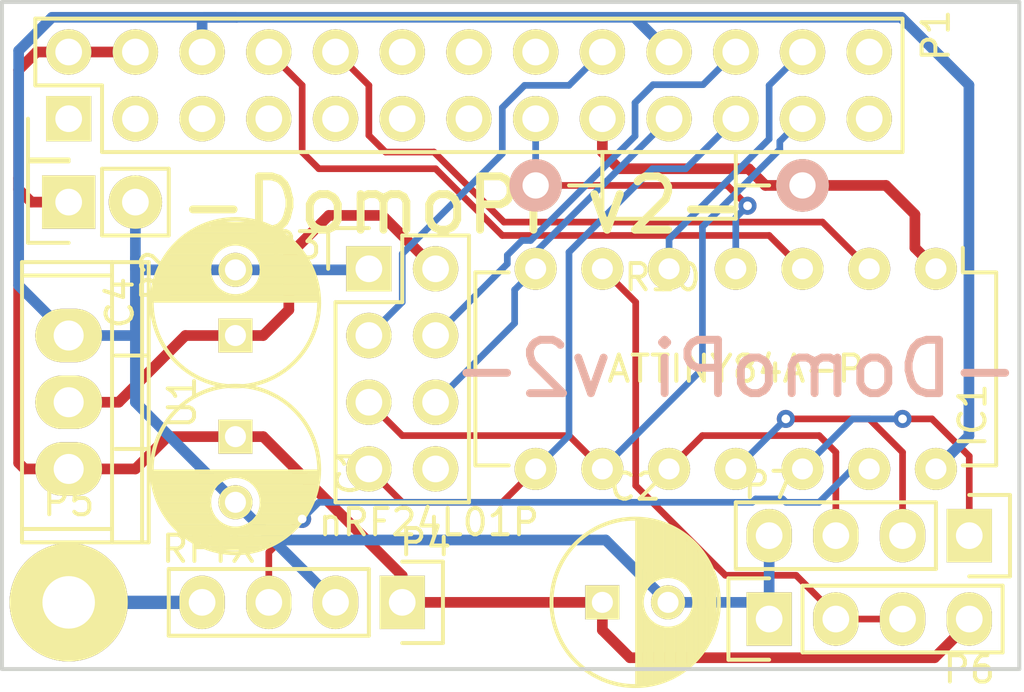
<source format=kicad_pcb>
(kicad_pcb (version 4) (host pcbnew 4.0.2+dfsg1-2~bpo8+1-stable)

  (general
    (links 42)
    (no_connects 0)
    (area 66.841 25.230285 108.667572 53.689)
    (thickness 1.6)
    (drawings 6)
    (tracks 178)
    (zones 0)
    (modules 13)
    (nets 20)
  )

  (page A4)
  (layers
    (0 Top signal)
    (31 Bottom signal)
    (36 B.SilkS user)
    (37 F.SilkS user)
    (38 B.Mask user)
    (39 F.Mask user)
    (42 Eco1.User user hide)
    (43 Eco2.User user hide)
    (44 Edge.Cuts user)
    (48 B.Fab user hide)
    (49 F.Fab user hide)
  )

  (setup
    (last_trace_width 0.254)
    (trace_clearance 0.1524)
    (zone_clearance 0.508)
    (zone_45_only no)
    (trace_min 0.1524)
    (segment_width 0.2)
    (edge_width 0.15)
    (via_size 0.6858)
    (via_drill 0.3302)
    (via_min_size 0.6858)
    (via_min_drill 0.3302)
    (uvia_size 0.762)
    (uvia_drill 0.508)
    (uvias_allowed no)
    (uvia_min_size 0)
    (uvia_min_drill 0)
    (pcb_text_width 0.3)
    (pcb_text_size 1.5 1.5)
    (mod_edge_width 0.15)
    (mod_text_size 1 1)
    (mod_text_width 0.15)
    (pad_size 3 3)
    (pad_drill 2)
    (pad_to_mask_clearance 0.2)
    (aux_axis_origin 0 0)
    (visible_elements FFFFFF7F)
    (pcbplotparams
      (layerselection 0x010f0_80000001)
      (usegerberextensions true)
      (excludeedgelayer true)
      (linewidth 0.100000)
      (plotframeref false)
      (viasonmask false)
      (mode 1)
      (useauxorigin false)
      (hpglpennumber 1)
      (hpglpenspeed 20)
      (hpglpendiameter 15)
      (hpglpenoverlay 2)
      (psnegative false)
      (psa4output false)
      (plotreference true)
      (plotvalue true)
      (plotinvisibletext false)
      (padsonsilk false)
      (subtractmaskfromsilk false)
      (outputformat 1)
      (mirror false)
      (drillshape 0)
      (scaleselection 1)
      (outputdirectory ""))
  )

  (net 0 "")
  (net 1 GND)
  (net 2 +3V3)
  (net 3 +5V)
  (net 4 CE)
  (net 5 SS0)
  (net 6 SCK)
  (net 7 MOSI)
  (net 8 MISO)
  (net 9 /RF433-OUT)
  (net 10 Tiny-RESET)
  (net 11 TX)
  (net 12 SS1)
  (net 13 RX)
  (net 14 /ADC3)
  (net 15 /ADC2)
  (net 16 /ADC1)
  (net 17 /ANT)
  (net 18 /NRF-VCC)
  (net 19 /RF433-IN)

  (net_class Default "This is the default net class."
    (clearance 0.1524)
    (trace_width 0.254)
    (via_dia 0.6858)
    (via_drill 0.3302)
    (uvia_dia 0.762)
    (uvia_drill 0.508)
    (add_net /ADC1)
    (add_net /ADC2)
    (add_net /ADC3)
    (add_net /RF433-IN)
    (add_net /RF433-OUT)
    (add_net CE)
    (add_net MISO)
    (add_net MOSI)
    (add_net RX)
    (add_net SCK)
    (add_net SS0)
    (add_net SS1)
    (add_net TX)
    (add_net Tiny-RESET)
  )

  (net_class ANT ""
    (clearance 0.254)
    (trace_width 0.508)
    (via_dia 0.6858)
    (via_drill 0.3302)
    (uvia_dia 0.762)
    (uvia_drill 0.508)
    (add_net /ANT)
  )

  (net_class Power ""
    (clearance 0.254)
    (trace_width 0.4064)
    (via_dia 0.6858)
    (via_drill 0.3302)
    (uvia_dia 0.762)
    (uvia_drill 0.508)
    (add_net +3V3)
    (add_net +5V)
    (add_net /NRF-VCC)
    (add_net GND)
  )

  (module Socket_Strips:Socket_Strip_Straight_1x04 (layer Top) (tedit 0) (tstamp 56FA5072)
    (at 97.79 48.895)
    (descr "Through hole socket strip")
    (tags "socket strip")
    (path /56FA5F1D)
    (fp_text reference P7 (at 0 -5.1) (layer F.SilkS)
      (effects (font (size 1 1) (thickness 0.15)))
    )
    (fp_text value RFRX (at 0 -3.1) (layer F.Fab)
      (effects (font (size 1 1) (thickness 0.15)))
    )
    (fp_line (start -1.75 -1.75) (end -1.75 1.75) (layer F.CrtYd) (width 0.05))
    (fp_line (start 9.4 -1.75) (end 9.4 1.75) (layer F.CrtYd) (width 0.05))
    (fp_line (start -1.75 -1.75) (end 9.4 -1.75) (layer F.CrtYd) (width 0.05))
    (fp_line (start -1.75 1.75) (end 9.4 1.75) (layer F.CrtYd) (width 0.05))
    (fp_line (start 1.27 -1.27) (end 8.89 -1.27) (layer F.SilkS) (width 0.15))
    (fp_line (start 1.27 1.27) (end 8.89 1.27) (layer F.SilkS) (width 0.15))
    (fp_line (start -1.55 1.55) (end 0 1.55) (layer F.SilkS) (width 0.15))
    (fp_line (start 8.89 -1.27) (end 8.89 1.27) (layer F.SilkS) (width 0.15))
    (fp_line (start 1.27 1.27) (end 1.27 -1.27) (layer F.SilkS) (width 0.15))
    (fp_line (start 0 -1.55) (end -1.55 -1.55) (layer F.SilkS) (width 0.15))
    (fp_line (start -1.55 -1.55) (end -1.55 1.55) (layer F.SilkS) (width 0.15))
    (pad 1 thru_hole rect (at 0 0) (size 1.7272 2.032) (drill 1.016) (layers *.Cu *.Mask F.SilkS)
      (net 1 GND))
    (pad 2 thru_hole oval (at 2.54 0) (size 1.7272 2.032) (drill 1.016) (layers *.Cu *.Mask F.SilkS)
      (net 19 /RF433-IN))
    (pad 3 thru_hole oval (at 5.08 0) (size 1.7272 2.032) (drill 1.016) (layers *.Cu *.Mask F.SilkS)
      (net 19 /RF433-IN))
    (pad 4 thru_hole oval (at 7.62 0) (size 1.7272 2.032) (drill 1.016) (layers *.Cu *.Mask F.SilkS)
      (net 3 +5V))
    (model Socket_Strips.3dshapes/Socket_Strip_Straight_1x04.wrl
      (at (xyz 0.15 0 0))
      (scale (xyz 1 1 1))
      (rotate (xyz 0 0 180))
    )
  )

  (module Housings_DIP:DIP-14_W7.62mm (layer Top) (tedit 560CF929) (tstamp 560BE100)
    (at 104.14 35.56 270)
    (descr "14-lead dip package, row spacing 7.62 mm (300 mils)")
    (tags "dil dip 2.54 300")
    (path /560BE23A)
    (fp_text reference IC1 (at 5.588 -1.397 270) (layer F.SilkS)
      (effects (font (size 1 1) (thickness 0.15)))
    )
    (fp_text value ATTINY84A-P (at 3.81 7.62 360) (layer F.SilkS)
      (effects (font (size 1 1) (thickness 0.15)))
    )
    (fp_line (start -1.05 -2.45) (end -1.05 17.7) (layer F.CrtYd) (width 0.05))
    (fp_line (start 8.65 -2.45) (end 8.65 17.7) (layer F.CrtYd) (width 0.05))
    (fp_line (start -1.05 -2.45) (end 8.65 -2.45) (layer F.CrtYd) (width 0.05))
    (fp_line (start -1.05 17.7) (end 8.65 17.7) (layer F.CrtYd) (width 0.05))
    (fp_line (start 0.135 -2.295) (end 0.135 -1.025) (layer F.SilkS) (width 0.15))
    (fp_line (start 7.485 -2.295) (end 7.485 -1.025) (layer F.SilkS) (width 0.15))
    (fp_line (start 7.485 17.535) (end 7.485 16.265) (layer F.SilkS) (width 0.15))
    (fp_line (start 0.135 17.535) (end 0.135 16.265) (layer F.SilkS) (width 0.15))
    (fp_line (start 0.135 -2.295) (end 7.485 -2.295) (layer F.SilkS) (width 0.15))
    (fp_line (start 0.135 17.535) (end 7.485 17.535) (layer F.SilkS) (width 0.15))
    (fp_line (start 0.135 -1.025) (end -0.8 -1.025) (layer F.SilkS) (width 0.15))
    (pad 1 thru_hole oval (at 0 0 270) (size 1.6 1.6) (drill 0.8) (layers *.Cu *.Mask F.SilkS)
      (net 2 +3V3))
    (pad 2 thru_hole oval (at 0 2.54 270) (size 1.6 1.6) (drill 0.8) (layers *.Cu *.Mask F.SilkS)
      (net 13 RX))
    (pad 3 thru_hole oval (at 0 5.08 270) (size 1.6 1.6) (drill 0.8) (layers *.Cu *.Mask F.SilkS)
      (net 11 TX))
    (pad 4 thru_hole oval (at 0 7.62 270) (size 1.6 1.6) (drill 0.8) (layers *.Cu *.Mask F.SilkS)
      (net 10 Tiny-RESET))
    (pad 5 thru_hole oval (at 0 10.16 270) (size 1.6 1.6) (drill 0.8) (layers *.Cu *.Mask F.SilkS)
      (net 12 SS1))
    (pad 6 thru_hole oval (at 0 12.7 270) (size 1.6 1.6) (drill 0.8) (layers *.Cu *.Mask F.SilkS)
      (net 19 /RF433-IN))
    (pad 7 thru_hole oval (at 0 15.24 270) (size 1.6 1.6) (drill 0.8) (layers *.Cu *.Mask F.SilkS)
      (net 7 MOSI))
    (pad 8 thru_hole oval (at 7.62 15.24 270) (size 1.6 1.6) (drill 0.8) (layers *.Cu *.Mask F.SilkS)
      (net 8 MISO))
    (pad 9 thru_hole oval (at 7.62 12.7 270) (size 1.6 1.6) (drill 0.8) (layers *.Cu *.Mask F.SilkS)
      (net 6 SCK))
    (pad 10 thru_hole oval (at 7.62 10.16 270) (size 1.6 1.6) (drill 0.8) (layers *.Cu *.Mask F.SilkS)
      (net 14 /ADC3))
    (pad 11 thru_hole oval (at 7.62 7.62 270) (size 1.6 1.6) (drill 0.8) (layers *.Cu *.Mask F.SilkS)
      (net 15 /ADC2))
    (pad 12 thru_hole oval (at 7.62 5.08 270) (size 1.6 1.6) (drill 0.8) (layers *.Cu *.Mask F.SilkS)
      (net 16 /ADC1))
    (pad 13 thru_hole oval (at 7.62 2.54 270) (size 1.6 1.6) (drill 0.8) (layers *.Cu *.Mask F.SilkS)
      (net 9 /RF433-OUT))
    (pad 14 thru_hole oval (at 7.62 0 270) (size 1.6 1.6) (drill 0.8) (layers *.Cu *.Mask F.SilkS)
      (net 1 GND))
    (model Housings_DIP.3dshapes/DIP-14_W7.62mm.wrl
      (at (xyz 0 0 0))
      (scale (xyz 1 1 1))
      (rotate (xyz 0 0 0))
    )
  )

  (module Socket_Strips:Socket_Strip_Straight_1x04 (layer Top) (tedit 560CF96E) (tstamp 560BFC1B)
    (at 83.82 48.26 180)
    (descr "Through hole socket strip")
    (tags "socket strip")
    (path /560D0649)
    (fp_text reference P4 (at -0.889 2.286 180) (layer F.SilkS)
      (effects (font (size 1 1) (thickness 0.15)))
    )
    (fp_text value RFTX (at 7.366 2.032 180) (layer F.SilkS)
      (effects (font (size 1 1) (thickness 0.15)))
    )
    (fp_line (start -1.75 -1.75) (end -1.75 1.75) (layer F.CrtYd) (width 0.05))
    (fp_line (start 9.4 -1.75) (end 9.4 1.75) (layer F.CrtYd) (width 0.05))
    (fp_line (start -1.75 -1.75) (end 9.4 -1.75) (layer F.CrtYd) (width 0.05))
    (fp_line (start -1.75 1.75) (end 9.4 1.75) (layer F.CrtYd) (width 0.05))
    (fp_line (start 1.27 -1.27) (end 8.89 -1.27) (layer F.SilkS) (width 0.15))
    (fp_line (start 1.27 1.27) (end 8.89 1.27) (layer F.SilkS) (width 0.15))
    (fp_line (start -1.55 1.55) (end 0 1.55) (layer F.SilkS) (width 0.15))
    (fp_line (start 8.89 -1.27) (end 8.89 1.27) (layer F.SilkS) (width 0.15))
    (fp_line (start 1.27 1.27) (end 1.27 -1.27) (layer F.SilkS) (width 0.15))
    (fp_line (start 0 -1.55) (end -1.55 -1.55) (layer F.SilkS) (width 0.15))
    (fp_line (start -1.55 -1.55) (end -1.55 1.55) (layer F.SilkS) (width 0.15))
    (pad 1 thru_hole rect (at 0 0 180) (size 1.7272 2.032) (drill 1.016) (layers *.Cu *.Mask F.SilkS)
      (net 3 +5V))
    (pad 2 thru_hole oval (at 2.54 0 180) (size 1.7272 2.032) (drill 1.016) (layers *.Cu *.Mask F.SilkS)
      (net 1 GND))
    (pad 3 thru_hole oval (at 5.08 0 180) (size 1.7272 2.032) (drill 1.016) (layers *.Cu *.Mask F.SilkS)
      (net 9 /RF433-OUT))
    (pad 4 thru_hole oval (at 7.62 0 180) (size 1.7272 2.032) (drill 1.016) (layers *.Cu *.Mask F.SilkS)
      (net 17 /ANT))
    (model Socket_Strips.3dshapes/Socket_Strip_Straight_1x04.wrl
      (at (xyz 0.15 0 0))
      (scale (xyz 1 1 1))
      (rotate (xyz 0 0 180))
    )
  )

  (module Pin_Headers:Pin_Header_Straight_1x02 (layer Top) (tedit 560CF25E) (tstamp 560BDFE5)
    (at 71.12 33.02 90)
    (descr "Through hole pin header")
    (tags "pin header")
    (path /560C2BF5)
    (fp_text reference P2 (at -2.794 3.302 90) (layer F.SilkS)
      (effects (font (size 1 1) (thickness 0.15)))
    )
    (fp_text value CONN_01X02 (at 0 -3.1 90) (layer F.Fab) hide
      (effects (font (size 1 1) (thickness 0.15)))
    )
    (fp_line (start 1.27 1.27) (end 1.27 3.81) (layer F.SilkS) (width 0.15))
    (fp_line (start 1.55 -1.55) (end 1.55 0) (layer F.SilkS) (width 0.15))
    (fp_line (start -1.75 -1.75) (end -1.75 4.3) (layer F.CrtYd) (width 0.05))
    (fp_line (start 1.75 -1.75) (end 1.75 4.3) (layer F.CrtYd) (width 0.05))
    (fp_line (start -1.75 -1.75) (end 1.75 -1.75) (layer F.CrtYd) (width 0.05))
    (fp_line (start -1.75 4.3) (end 1.75 4.3) (layer F.CrtYd) (width 0.05))
    (fp_line (start 1.27 1.27) (end -1.27 1.27) (layer F.SilkS) (width 0.15))
    (fp_line (start -1.55 0) (end -1.55 -1.55) (layer F.SilkS) (width 0.15))
    (fp_line (start -1.55 -1.55) (end 1.55 -1.55) (layer F.SilkS) (width 0.15))
    (fp_line (start -1.27 1.27) (end -1.27 3.81) (layer F.SilkS) (width 0.15))
    (fp_line (start -1.27 3.81) (end 1.27 3.81) (layer F.SilkS) (width 0.15))
    (pad 1 thru_hole rect (at 0 0 90) (size 2.032 2.032) (drill 1.016) (layers *.Cu *.Mask F.SilkS)
      (net 3 +5V))
    (pad 2 thru_hole oval (at 0 2.54 90) (size 2.032 2.032) (drill 1.016) (layers *.Cu *.Mask F.SilkS)
      (net 1 GND))
    (model Pin_Headers.3dshapes/Pin_Header_Straight_1x02.wrl
      (at (xyz 0 -0.05 0))
      (scale (xyz 1 1 1))
      (rotate (xyz 0 0 90))
    )
  )

  (module Pin_Headers:Pin_Header_Straight_2x04 (layer Top) (tedit 560CF95F) (tstamp 560BFE6B)
    (at 82.55 35.56)
    (descr "Through hole pin header")
    (tags "pin header")
    (path /560BE537)
    (fp_text reference P3 (at -2.794 -0.889) (layer F.SilkS)
      (effects (font (size 1 1) (thickness 0.15)))
    )
    (fp_text value nRF24L01P (at 2.286 9.652) (layer F.SilkS)
      (effects (font (size 1 1) (thickness 0.15)))
    )
    (fp_line (start -1.75 -1.75) (end -1.75 9.4) (layer F.CrtYd) (width 0.05))
    (fp_line (start 4.3 -1.75) (end 4.3 9.4) (layer F.CrtYd) (width 0.05))
    (fp_line (start -1.75 -1.75) (end 4.3 -1.75) (layer F.CrtYd) (width 0.05))
    (fp_line (start -1.75 9.4) (end 4.3 9.4) (layer F.CrtYd) (width 0.05))
    (fp_line (start -1.27 1.27) (end -1.27 8.89) (layer F.SilkS) (width 0.15))
    (fp_line (start -1.27 8.89) (end 3.81 8.89) (layer F.SilkS) (width 0.15))
    (fp_line (start 3.81 8.89) (end 3.81 -1.27) (layer F.SilkS) (width 0.15))
    (fp_line (start 3.81 -1.27) (end 1.27 -1.27) (layer F.SilkS) (width 0.15))
    (fp_line (start 0 -1.55) (end -1.55 -1.55) (layer F.SilkS) (width 0.15))
    (fp_line (start 1.27 -1.27) (end 1.27 1.27) (layer F.SilkS) (width 0.15))
    (fp_line (start 1.27 1.27) (end -1.27 1.27) (layer F.SilkS) (width 0.15))
    (fp_line (start -1.55 -1.55) (end -1.55 0) (layer F.SilkS) (width 0.15))
    (pad 1 thru_hole rect (at 0 0) (size 1.7272 1.7272) (drill 1.016) (layers *.Cu *.Mask F.SilkS)
      (net 1 GND))
    (pad 2 thru_hole oval (at 2.54 0) (size 1.7272 1.7272) (drill 1.016) (layers *.Cu *.Mask F.SilkS)
      (net 18 /NRF-VCC))
    (pad 3 thru_hole oval (at 0 2.54) (size 1.7272 1.7272) (drill 1.016) (layers *.Cu *.Mask F.SilkS)
      (net 4 CE))
    (pad 4 thru_hole oval (at 2.54 2.54) (size 1.7272 1.7272) (drill 1.016) (layers *.Cu *.Mask F.SilkS)
      (net 5 SS0))
    (pad 5 thru_hole oval (at 0 5.08) (size 1.7272 1.7272) (drill 1.016) (layers *.Cu *.Mask F.SilkS)
      (net 6 SCK))
    (pad 6 thru_hole oval (at 2.54 5.08) (size 1.7272 1.7272) (drill 1.016) (layers *.Cu *.Mask F.SilkS)
      (net 7 MOSI))
    (pad 7 thru_hole oval (at 0 7.62) (size 1.7272 1.7272) (drill 1.016) (layers *.Cu *.Mask F.SilkS)
      (net 8 MISO))
    (pad 8 thru_hole oval (at 2.54 7.62) (size 1.7272 1.7272) (drill 1.016) (layers *.Cu *.Mask F.SilkS))
    (model Pin_Headers.3dshapes/Pin_Header_Straight_2x04.wrl
      (at (xyz 0.05 -0.15 0))
      (scale (xyz 1 1 1))
      (rotate (xyz 0 0 90))
    )
  )

  (module Wire_Pads:SolderWirePad_single_2mmDrill (layer Top) (tedit 0) (tstamp 56B89E15)
    (at 71.12 48.26)
    (path /560D11E1)
    (fp_text reference P5 (at 0 -3.81) (layer F.SilkS)
      (effects (font (size 1 1) (thickness 0.15)))
    )
    (fp_text value ANT (at -0.635 3.81) (layer F.Fab)
      (effects (font (size 1 1) (thickness 0.15)))
    )
    (pad 1 thru_hole circle (at 0 0) (size 4.50088 4.50088) (drill 1.99898) (layers *.Cu *.Mask F.SilkS)
      (net 17 /ANT))
  )

  (module Capacitors_ThroughHole:C_Radial_D6.3_L11.2_P2.5 (layer Top) (tedit 0) (tstamp 56F5415F)
    (at 77.47 41.95 270)
    (descr "Radial Electrolytic Capacitor, Diameter 6.3mm x Length 11.2mm, Pitch 2.5mm")
    (tags "Electrolytic Capacitor")
    (path /56F554DF)
    (fp_text reference C1 (at 1.25 -4.4 270) (layer F.SilkS)
      (effects (font (size 1 1) (thickness 0.15)))
    )
    (fp_text value 0.47u (at 1.25 4.4 270) (layer F.Fab)
      (effects (font (size 1 1) (thickness 0.15)))
    )
    (fp_line (start 1.325 -3.149) (end 1.325 3.149) (layer F.SilkS) (width 0.15))
    (fp_line (start 1.465 -3.143) (end 1.465 3.143) (layer F.SilkS) (width 0.15))
    (fp_line (start 1.605 -3.13) (end 1.605 -0.446) (layer F.SilkS) (width 0.15))
    (fp_line (start 1.605 0.446) (end 1.605 3.13) (layer F.SilkS) (width 0.15))
    (fp_line (start 1.745 -3.111) (end 1.745 -0.656) (layer F.SilkS) (width 0.15))
    (fp_line (start 1.745 0.656) (end 1.745 3.111) (layer F.SilkS) (width 0.15))
    (fp_line (start 1.885 -3.085) (end 1.885 -0.789) (layer F.SilkS) (width 0.15))
    (fp_line (start 1.885 0.789) (end 1.885 3.085) (layer F.SilkS) (width 0.15))
    (fp_line (start 2.025 -3.053) (end 2.025 -0.88) (layer F.SilkS) (width 0.15))
    (fp_line (start 2.025 0.88) (end 2.025 3.053) (layer F.SilkS) (width 0.15))
    (fp_line (start 2.165 -3.014) (end 2.165 -0.942) (layer F.SilkS) (width 0.15))
    (fp_line (start 2.165 0.942) (end 2.165 3.014) (layer F.SilkS) (width 0.15))
    (fp_line (start 2.305 -2.968) (end 2.305 -0.981) (layer F.SilkS) (width 0.15))
    (fp_line (start 2.305 0.981) (end 2.305 2.968) (layer F.SilkS) (width 0.15))
    (fp_line (start 2.445 -2.915) (end 2.445 -0.998) (layer F.SilkS) (width 0.15))
    (fp_line (start 2.445 0.998) (end 2.445 2.915) (layer F.SilkS) (width 0.15))
    (fp_line (start 2.585 -2.853) (end 2.585 -0.996) (layer F.SilkS) (width 0.15))
    (fp_line (start 2.585 0.996) (end 2.585 2.853) (layer F.SilkS) (width 0.15))
    (fp_line (start 2.725 -2.783) (end 2.725 -0.974) (layer F.SilkS) (width 0.15))
    (fp_line (start 2.725 0.974) (end 2.725 2.783) (layer F.SilkS) (width 0.15))
    (fp_line (start 2.865 -2.704) (end 2.865 -0.931) (layer F.SilkS) (width 0.15))
    (fp_line (start 2.865 0.931) (end 2.865 2.704) (layer F.SilkS) (width 0.15))
    (fp_line (start 3.005 -2.616) (end 3.005 -0.863) (layer F.SilkS) (width 0.15))
    (fp_line (start 3.005 0.863) (end 3.005 2.616) (layer F.SilkS) (width 0.15))
    (fp_line (start 3.145 -2.516) (end 3.145 -0.764) (layer F.SilkS) (width 0.15))
    (fp_line (start 3.145 0.764) (end 3.145 2.516) (layer F.SilkS) (width 0.15))
    (fp_line (start 3.285 -2.404) (end 3.285 -0.619) (layer F.SilkS) (width 0.15))
    (fp_line (start 3.285 0.619) (end 3.285 2.404) (layer F.SilkS) (width 0.15))
    (fp_line (start 3.425 -2.279) (end 3.425 -0.38) (layer F.SilkS) (width 0.15))
    (fp_line (start 3.425 0.38) (end 3.425 2.279) (layer F.SilkS) (width 0.15))
    (fp_line (start 3.565 -2.136) (end 3.565 2.136) (layer F.SilkS) (width 0.15))
    (fp_line (start 3.705 -1.974) (end 3.705 1.974) (layer F.SilkS) (width 0.15))
    (fp_line (start 3.845 -1.786) (end 3.845 1.786) (layer F.SilkS) (width 0.15))
    (fp_line (start 3.985 -1.563) (end 3.985 1.563) (layer F.SilkS) (width 0.15))
    (fp_line (start 4.125 -1.287) (end 4.125 1.287) (layer F.SilkS) (width 0.15))
    (fp_line (start 4.265 -0.912) (end 4.265 0.912) (layer F.SilkS) (width 0.15))
    (fp_circle (center 2.5 0) (end 2.5 -1) (layer F.SilkS) (width 0.15))
    (fp_circle (center 1.25 0) (end 1.25 -3.1875) (layer F.SilkS) (width 0.15))
    (fp_circle (center 1.25 0) (end 1.25 -3.4) (layer F.CrtYd) (width 0.05))
    (pad 2 thru_hole circle (at 2.5 0 270) (size 1.3 1.3) (drill 0.8) (layers *.Cu *.Mask F.SilkS)
      (net 1 GND))
    (pad 1 thru_hole rect (at 0 0 270) (size 1.3 1.3) (drill 0.8) (layers *.Cu *.Mask F.SilkS)
      (net 3 +5V))
    (model Capacitors_ThroughHole.3dshapes/C_Radial_D6.3_L11.2_P2.5.wrl
      (at (xyz 0 0 0))
      (scale (xyz 1 1 1))
      (rotate (xyz 0 0 0))
    )
  )

  (module Capacitors_ThroughHole:C_Radial_D6.3_L11.2_P2.5 (layer Top) (tedit 0) (tstamp 56F54165)
    (at 77.47 38.1 90)
    (descr "Radial Electrolytic Capacitor, Diameter 6.3mm x Length 11.2mm, Pitch 2.5mm")
    (tags "Electrolytic Capacitor")
    (path /560D0C56)
    (fp_text reference C4 (at 1.25 -4.4 90) (layer F.SilkS)
      (effects (font (size 1 1) (thickness 0.15)))
    )
    (fp_text value 33u (at 1.25 4.4 90) (layer F.Fab)
      (effects (font (size 1 1) (thickness 0.15)))
    )
    (fp_line (start 1.325 -3.149) (end 1.325 3.149) (layer F.SilkS) (width 0.15))
    (fp_line (start 1.465 -3.143) (end 1.465 3.143) (layer F.SilkS) (width 0.15))
    (fp_line (start 1.605 -3.13) (end 1.605 -0.446) (layer F.SilkS) (width 0.15))
    (fp_line (start 1.605 0.446) (end 1.605 3.13) (layer F.SilkS) (width 0.15))
    (fp_line (start 1.745 -3.111) (end 1.745 -0.656) (layer F.SilkS) (width 0.15))
    (fp_line (start 1.745 0.656) (end 1.745 3.111) (layer F.SilkS) (width 0.15))
    (fp_line (start 1.885 -3.085) (end 1.885 -0.789) (layer F.SilkS) (width 0.15))
    (fp_line (start 1.885 0.789) (end 1.885 3.085) (layer F.SilkS) (width 0.15))
    (fp_line (start 2.025 -3.053) (end 2.025 -0.88) (layer F.SilkS) (width 0.15))
    (fp_line (start 2.025 0.88) (end 2.025 3.053) (layer F.SilkS) (width 0.15))
    (fp_line (start 2.165 -3.014) (end 2.165 -0.942) (layer F.SilkS) (width 0.15))
    (fp_line (start 2.165 0.942) (end 2.165 3.014) (layer F.SilkS) (width 0.15))
    (fp_line (start 2.305 -2.968) (end 2.305 -0.981) (layer F.SilkS) (width 0.15))
    (fp_line (start 2.305 0.981) (end 2.305 2.968) (layer F.SilkS) (width 0.15))
    (fp_line (start 2.445 -2.915) (end 2.445 -0.998) (layer F.SilkS) (width 0.15))
    (fp_line (start 2.445 0.998) (end 2.445 2.915) (layer F.SilkS) (width 0.15))
    (fp_line (start 2.585 -2.853) (end 2.585 -0.996) (layer F.SilkS) (width 0.15))
    (fp_line (start 2.585 0.996) (end 2.585 2.853) (layer F.SilkS) (width 0.15))
    (fp_line (start 2.725 -2.783) (end 2.725 -0.974) (layer F.SilkS) (width 0.15))
    (fp_line (start 2.725 0.974) (end 2.725 2.783) (layer F.SilkS) (width 0.15))
    (fp_line (start 2.865 -2.704) (end 2.865 -0.931) (layer F.SilkS) (width 0.15))
    (fp_line (start 2.865 0.931) (end 2.865 2.704) (layer F.SilkS) (width 0.15))
    (fp_line (start 3.005 -2.616) (end 3.005 -0.863) (layer F.SilkS) (width 0.15))
    (fp_line (start 3.005 0.863) (end 3.005 2.616) (layer F.SilkS) (width 0.15))
    (fp_line (start 3.145 -2.516) (end 3.145 -0.764) (layer F.SilkS) (width 0.15))
    (fp_line (start 3.145 0.764) (end 3.145 2.516) (layer F.SilkS) (width 0.15))
    (fp_line (start 3.285 -2.404) (end 3.285 -0.619) (layer F.SilkS) (width 0.15))
    (fp_line (start 3.285 0.619) (end 3.285 2.404) (layer F.SilkS) (width 0.15))
    (fp_line (start 3.425 -2.279) (end 3.425 -0.38) (layer F.SilkS) (width 0.15))
    (fp_line (start 3.425 0.38) (end 3.425 2.279) (layer F.SilkS) (width 0.15))
    (fp_line (start 3.565 -2.136) (end 3.565 2.136) (layer F.SilkS) (width 0.15))
    (fp_line (start 3.705 -1.974) (end 3.705 1.974) (layer F.SilkS) (width 0.15))
    (fp_line (start 3.845 -1.786) (end 3.845 1.786) (layer F.SilkS) (width 0.15))
    (fp_line (start 3.985 -1.563) (end 3.985 1.563) (layer F.SilkS) (width 0.15))
    (fp_line (start 4.125 -1.287) (end 4.125 1.287) (layer F.SilkS) (width 0.15))
    (fp_line (start 4.265 -0.912) (end 4.265 0.912) (layer F.SilkS) (width 0.15))
    (fp_circle (center 2.5 0) (end 2.5 -1) (layer F.SilkS) (width 0.15))
    (fp_circle (center 1.25 0) (end 1.25 -3.1875) (layer F.SilkS) (width 0.15))
    (fp_circle (center 1.25 0) (end 1.25 -3.4) (layer F.CrtYd) (width 0.05))
    (pad 2 thru_hole circle (at 2.5 0 90) (size 1.3 1.3) (drill 0.8) (layers *.Cu *.Mask F.SilkS)
      (net 1 GND))
    (pad 1 thru_hole rect (at 0 0 90) (size 1.3 1.3) (drill 0.8) (layers *.Cu *.Mask F.SilkS)
      (net 18 /NRF-VCC))
    (model Capacitors_ThroughHole.3dshapes/C_Radial_D6.3_L11.2_P2.5.wrl
      (at (xyz 0 0 0))
      (scale (xyz 1 1 1))
      (rotate (xyz 0 0 0))
    )
  )

  (module Power_Integrations:TO-220 (layer Top) (tedit 0) (tstamp 56F5418D)
    (at 71.12 40.64 270)
    (descr "Non Isolated JEDEC TO-220 Package")
    (tags "Power Integration YN Package")
    (path /56F54C12)
    (fp_text reference U1 (at 0 -4.318 270) (layer F.SilkS)
      (effects (font (size 1 1) (thickness 0.15)))
    )
    (fp_text value LM3940IT-3.3 (at 0 -4.318 270) (layer F.Fab)
      (effects (font (size 1 1) (thickness 0.15)))
    )
    (fp_line (start 4.826 -1.651) (end 4.826 1.778) (layer F.SilkS) (width 0.15))
    (fp_line (start -4.826 -1.651) (end -4.826 1.778) (layer F.SilkS) (width 0.15))
    (fp_line (start 5.334 -2.794) (end -5.334 -2.794) (layer F.SilkS) (width 0.15))
    (fp_line (start 1.778 -1.778) (end 1.778 -3.048) (layer F.SilkS) (width 0.15))
    (fp_line (start -1.778 -1.778) (end -1.778 -3.048) (layer F.SilkS) (width 0.15))
    (fp_line (start -5.334 -1.651) (end 5.334 -1.651) (layer F.SilkS) (width 0.15))
    (fp_line (start 5.334 1.778) (end -5.334 1.778) (layer F.SilkS) (width 0.15))
    (fp_line (start -5.334 -3.048) (end -5.334 1.778) (layer F.SilkS) (width 0.15))
    (fp_line (start 5.334 -3.048) (end 5.334 1.778) (layer F.SilkS) (width 0.15))
    (fp_line (start 5.334 -3.048) (end -5.334 -3.048) (layer F.SilkS) (width 0.15))
    (pad 2 thru_hole oval (at 0 0 270) (size 2.032 2.54) (drill 1.143) (layers *.Cu *.Mask F.SilkS)
      (net 18 /NRF-VCC))
    (pad 3 thru_hole oval (at 2.54 0 270) (size 2.032 2.54) (drill 1.143) (layers *.Cu *.Mask F.SilkS)
      (net 3 +5V))
    (pad 1 thru_hole oval (at -2.54 0 270) (size 2.032 2.54) (drill 1.143) (layers *.Cu *.Mask F.SilkS)
      (net 1 GND))
  )

  (module Capacitors_ThroughHole:C_Radial_D6.3_L11.2_P2.5 (layer Top) (tedit 0) (tstamp 56F54544)
    (at 91.44 48.26)
    (descr "Radial Electrolytic Capacitor, Diameter 6.3mm x Length 11.2mm, Pitch 2.5mm")
    (tags "Electrolytic Capacitor")
    (path /56F57B33)
    (fp_text reference C2 (at 1.25 -4.4) (layer F.SilkS)
      (effects (font (size 1 1) (thickness 0.15)))
    )
    (fp_text value 10u (at 1.25 4.4) (layer F.Fab)
      (effects (font (size 1 1) (thickness 0.15)))
    )
    (fp_line (start 1.325 -3.149) (end 1.325 3.149) (layer F.SilkS) (width 0.15))
    (fp_line (start 1.465 -3.143) (end 1.465 3.143) (layer F.SilkS) (width 0.15))
    (fp_line (start 1.605 -3.13) (end 1.605 -0.446) (layer F.SilkS) (width 0.15))
    (fp_line (start 1.605 0.446) (end 1.605 3.13) (layer F.SilkS) (width 0.15))
    (fp_line (start 1.745 -3.111) (end 1.745 -0.656) (layer F.SilkS) (width 0.15))
    (fp_line (start 1.745 0.656) (end 1.745 3.111) (layer F.SilkS) (width 0.15))
    (fp_line (start 1.885 -3.085) (end 1.885 -0.789) (layer F.SilkS) (width 0.15))
    (fp_line (start 1.885 0.789) (end 1.885 3.085) (layer F.SilkS) (width 0.15))
    (fp_line (start 2.025 -3.053) (end 2.025 -0.88) (layer F.SilkS) (width 0.15))
    (fp_line (start 2.025 0.88) (end 2.025 3.053) (layer F.SilkS) (width 0.15))
    (fp_line (start 2.165 -3.014) (end 2.165 -0.942) (layer F.SilkS) (width 0.15))
    (fp_line (start 2.165 0.942) (end 2.165 3.014) (layer F.SilkS) (width 0.15))
    (fp_line (start 2.305 -2.968) (end 2.305 -0.981) (layer F.SilkS) (width 0.15))
    (fp_line (start 2.305 0.981) (end 2.305 2.968) (layer F.SilkS) (width 0.15))
    (fp_line (start 2.445 -2.915) (end 2.445 -0.998) (layer F.SilkS) (width 0.15))
    (fp_line (start 2.445 0.998) (end 2.445 2.915) (layer F.SilkS) (width 0.15))
    (fp_line (start 2.585 -2.853) (end 2.585 -0.996) (layer F.SilkS) (width 0.15))
    (fp_line (start 2.585 0.996) (end 2.585 2.853) (layer F.SilkS) (width 0.15))
    (fp_line (start 2.725 -2.783) (end 2.725 -0.974) (layer F.SilkS) (width 0.15))
    (fp_line (start 2.725 0.974) (end 2.725 2.783) (layer F.SilkS) (width 0.15))
    (fp_line (start 2.865 -2.704) (end 2.865 -0.931) (layer F.SilkS) (width 0.15))
    (fp_line (start 2.865 0.931) (end 2.865 2.704) (layer F.SilkS) (width 0.15))
    (fp_line (start 3.005 -2.616) (end 3.005 -0.863) (layer F.SilkS) (width 0.15))
    (fp_line (start 3.005 0.863) (end 3.005 2.616) (layer F.SilkS) (width 0.15))
    (fp_line (start 3.145 -2.516) (end 3.145 -0.764) (layer F.SilkS) (width 0.15))
    (fp_line (start 3.145 0.764) (end 3.145 2.516) (layer F.SilkS) (width 0.15))
    (fp_line (start 3.285 -2.404) (end 3.285 -0.619) (layer F.SilkS) (width 0.15))
    (fp_line (start 3.285 0.619) (end 3.285 2.404) (layer F.SilkS) (width 0.15))
    (fp_line (start 3.425 -2.279) (end 3.425 -0.38) (layer F.SilkS) (width 0.15))
    (fp_line (start 3.425 0.38) (end 3.425 2.279) (layer F.SilkS) (width 0.15))
    (fp_line (start 3.565 -2.136) (end 3.565 2.136) (layer F.SilkS) (width 0.15))
    (fp_line (start 3.705 -1.974) (end 3.705 1.974) (layer F.SilkS) (width 0.15))
    (fp_line (start 3.845 -1.786) (end 3.845 1.786) (layer F.SilkS) (width 0.15))
    (fp_line (start 3.985 -1.563) (end 3.985 1.563) (layer F.SilkS) (width 0.15))
    (fp_line (start 4.125 -1.287) (end 4.125 1.287) (layer F.SilkS) (width 0.15))
    (fp_line (start 4.265 -0.912) (end 4.265 0.912) (layer F.SilkS) (width 0.15))
    (fp_circle (center 2.5 0) (end 2.5 -1) (layer F.SilkS) (width 0.15))
    (fp_circle (center 1.25 0) (end 1.25 -3.1875) (layer F.SilkS) (width 0.15))
    (fp_circle (center 1.25 0) (end 1.25 -3.4) (layer F.CrtYd) (width 0.05))
    (pad 2 thru_hole circle (at 2.5 0) (size 1.3 1.3) (drill 0.8) (layers *.Cu *.Mask F.SilkS)
      (net 1 GND))
    (pad 1 thru_hole rect (at 0 0) (size 1.3 1.3) (drill 0.8) (layers *.Cu *.Mask F.SilkS)
      (net 3 +5V))
    (model Capacitors_ThroughHole.3dshapes/C_Radial_D6.3_L11.2_P2.5.wrl
      (at (xyz 0 0 0))
      (scale (xyz 1 1 1))
      (rotate (xyz 0 0 0))
    )
  )

  (module Resistors_ThroughHole:Resistor_Horizontal_RM10mm (layer Top) (tedit 56648415) (tstamp 56F54A9A)
    (at 99.06 32.385 180)
    (descr "Resistor, Axial,  RM 10mm, 1/3W")
    (tags "Resistor Axial RM 10mm 1/3W")
    (path /560CAD51)
    (fp_text reference R10 (at 5.32892 -3.50012 180) (layer F.SilkS)
      (effects (font (size 1 1) (thickness 0.15)))
    )
    (fp_text value 4.7k (at 5.08 3.81 180) (layer F.Fab)
      (effects (font (size 1 1) (thickness 0.15)))
    )
    (fp_line (start -1.25 -1.5) (end 11.4 -1.5) (layer F.CrtYd) (width 0.05))
    (fp_line (start -1.25 1.5) (end -1.25 -1.5) (layer F.CrtYd) (width 0.05))
    (fp_line (start 11.4 -1.5) (end 11.4 1.5) (layer F.CrtYd) (width 0.05))
    (fp_line (start -1.25 1.5) (end 11.4 1.5) (layer F.CrtYd) (width 0.05))
    (fp_line (start 2.54 -1.27) (end 7.62 -1.27) (layer F.SilkS) (width 0.15))
    (fp_line (start 7.62 -1.27) (end 7.62 1.27) (layer F.SilkS) (width 0.15))
    (fp_line (start 7.62 1.27) (end 2.54 1.27) (layer F.SilkS) (width 0.15))
    (fp_line (start 2.54 1.27) (end 2.54 -1.27) (layer F.SilkS) (width 0.15))
    (fp_line (start 2.54 0) (end 1.27 0) (layer F.SilkS) (width 0.15))
    (fp_line (start 7.62 0) (end 8.89 0) (layer F.SilkS) (width 0.15))
    (pad 1 thru_hole circle (at 0 0 180) (size 1.99898 1.99898) (drill 1.00076) (layers *.Cu *.SilkS *.Mask)
      (net 2 +3V3))
    (pad 2 thru_hole circle (at 10.16 0 180) (size 1.99898 1.99898) (drill 1.00076) (layers *.Cu *.SilkS *.Mask)
      (net 10 Tiny-RESET))
    (model Resistors_ThroughHole.3dshapes/Resistor_Horizontal_RM10mm.wrl
      (at (xyz 0 0 0))
      (scale (xyz 0.4 0.4 0.4))
      (rotate (xyz 0 0 0))
    )
  )

  (module Pin_Headers:Pin_Header_Straight_2x13 (layer Top) (tedit 0) (tstamp 56FA4436)
    (at 71.12 29.845 90)
    (descr "Through hole pin header")
    (tags "pin header")
    (path /56F54504)
    (fp_text reference P1 (at 3.175 33.02 90) (layer F.SilkS)
      (effects (font (size 1 1) (thickness 0.15)))
    )
    (fp_text value RASPBERRY (at 0 -3.1 90) (layer F.Fab)
      (effects (font (size 1 1) (thickness 0.15)))
    )
    (fp_line (start -1.75 -1.75) (end -1.75 32.25) (layer F.CrtYd) (width 0.05))
    (fp_line (start 4.3 -1.75) (end 4.3 32.25) (layer F.CrtYd) (width 0.05))
    (fp_line (start -1.75 -1.75) (end 4.3 -1.75) (layer F.CrtYd) (width 0.05))
    (fp_line (start -1.75 32.25) (end 4.3 32.25) (layer F.CrtYd) (width 0.05))
    (fp_line (start 3.81 -1.27) (end 3.81 31.75) (layer F.SilkS) (width 0.15))
    (fp_line (start -1.27 1.27) (end -1.27 31.75) (layer F.SilkS) (width 0.15))
    (fp_line (start 3.81 31.75) (end -1.27 31.75) (layer F.SilkS) (width 0.15))
    (fp_line (start 3.81 -1.27) (end 1.27 -1.27) (layer F.SilkS) (width 0.15))
    (fp_line (start 0 -1.55) (end -1.55 -1.55) (layer F.SilkS) (width 0.15))
    (fp_line (start 1.27 -1.27) (end 1.27 1.27) (layer F.SilkS) (width 0.15))
    (fp_line (start 1.27 1.27) (end -1.27 1.27) (layer F.SilkS) (width 0.15))
    (fp_line (start -1.55 -1.55) (end -1.55 0) (layer F.SilkS) (width 0.15))
    (pad 1 thru_hole rect (at 0 0 90) (size 1.7272 1.7272) (drill 1.016) (layers *.Cu *.Mask F.SilkS))
    (pad 2 thru_hole oval (at 2.54 0 90) (size 1.7272 1.7272) (drill 1.016) (layers *.Cu *.Mask F.SilkS)
      (net 3 +5V))
    (pad 3 thru_hole oval (at 0 2.54 90) (size 1.7272 1.7272) (drill 1.016) (layers *.Cu *.Mask F.SilkS))
    (pad 4 thru_hole oval (at 2.54 2.54 90) (size 1.7272 1.7272) (drill 1.016) (layers *.Cu *.Mask F.SilkS)
      (net 3 +5V))
    (pad 5 thru_hole oval (at 0 5.08 90) (size 1.7272 1.7272) (drill 1.016) (layers *.Cu *.Mask F.SilkS))
    (pad 6 thru_hole oval (at 2.54 5.08 90) (size 1.7272 1.7272) (drill 1.016) (layers *.Cu *.Mask F.SilkS)
      (net 1 GND))
    (pad 7 thru_hole oval (at 0 7.62 90) (size 1.7272 1.7272) (drill 1.016) (layers *.Cu *.Mask F.SilkS))
    (pad 8 thru_hole oval (at 2.54 7.62 90) (size 1.7272 1.7272) (drill 1.016) (layers *.Cu *.Mask F.SilkS)
      (net 11 TX))
    (pad 9 thru_hole oval (at 0 10.16 90) (size 1.7272 1.7272) (drill 1.016) (layers *.Cu *.Mask F.SilkS))
    (pad 10 thru_hole oval (at 2.54 10.16 90) (size 1.7272 1.7272) (drill 1.016) (layers *.Cu *.Mask F.SilkS)
      (net 13 RX))
    (pad 11 thru_hole oval (at 0 12.7 90) (size 1.7272 1.7272) (drill 1.016) (layers *.Cu *.Mask F.SilkS))
    (pad 12 thru_hole oval (at 2.54 12.7 90) (size 1.7272 1.7272) (drill 1.016) (layers *.Cu *.Mask F.SilkS))
    (pad 13 thru_hole oval (at 0 15.24 90) (size 1.7272 1.7272) (drill 1.016) (layers *.Cu *.Mask F.SilkS))
    (pad 14 thru_hole oval (at 2.54 15.24 90) (size 1.7272 1.7272) (drill 1.016) (layers *.Cu *.Mask F.SilkS))
    (pad 15 thru_hole oval (at 0 17.78 90) (size 1.7272 1.7272) (drill 1.016) (layers *.Cu *.Mask F.SilkS)
      (net 10 Tiny-RESET))
    (pad 16 thru_hole oval (at 2.54 17.78 90) (size 1.7272 1.7272) (drill 1.016) (layers *.Cu *.Mask F.SilkS))
    (pad 17 thru_hole oval (at 0 20.32 90) (size 1.7272 1.7272) (drill 1.016) (layers *.Cu *.Mask F.SilkS)
      (net 2 +3V3))
    (pad 18 thru_hole oval (at 2.54 20.32 90) (size 1.7272 1.7272) (drill 1.016) (layers *.Cu *.Mask F.SilkS)
      (net 4 CE))
    (pad 19 thru_hole oval (at 0 22.86 90) (size 1.7272 1.7272) (drill 1.016) (layers *.Cu *.Mask F.SilkS)
      (net 7 MOSI))
    (pad 20 thru_hole oval (at 2.54 22.86 90) (size 1.7272 1.7272) (drill 1.016) (layers *.Cu *.Mask F.SilkS)
      (net 1 GND))
    (pad 21 thru_hole oval (at 0 25.4 90) (size 1.7272 1.7272) (drill 1.016) (layers *.Cu *.Mask F.SilkS)
      (net 8 MISO))
    (pad 22 thru_hole oval (at 2.54 25.4 90) (size 1.7272 1.7272) (drill 1.016) (layers *.Cu *.Mask F.SilkS)
      (net 5 SS0))
    (pad 23 thru_hole oval (at 0 27.94 90) (size 1.7272 1.7272) (drill 1.016) (layers *.Cu *.Mask F.SilkS)
      (net 6 SCK))
    (pad 24 thru_hole oval (at 2.54 27.94 90) (size 1.7272 1.7272) (drill 1.016) (layers *.Cu *.Mask F.SilkS)
      (net 12 SS1))
    (pad 25 thru_hole oval (at 0 30.48 90) (size 1.7272 1.7272) (drill 1.016) (layers *.Cu *.Mask F.SilkS))
    (pad 26 thru_hole oval (at 2.54 30.48 90) (size 1.7272 1.7272) (drill 1.016) (layers *.Cu *.Mask F.SilkS))
    (model Pin_Headers.3dshapes/Pin_Header_Straight_2x13.wrl
      (at (xyz 0.05 -0.6 0))
      (scale (xyz 1 1 1))
      (rotate (xyz 0 0 90))
    )
  )

  (module Socket_Strips:Socket_Strip_Straight_1x04 (layer Top) (tedit 0) (tstamp 56FA52AB)
    (at 105.41 45.72 180)
    (descr "Through hole socket strip")
    (tags "socket strip")
    (path /560CF763)
    (fp_text reference P6 (at 0 -5.1 180) (layer F.SilkS)
      (effects (font (size 1 1) (thickness 0.15)))
    )
    (fp_text value Sensors (at 0 -3.1 180) (layer F.Fab)
      (effects (font (size 1 1) (thickness 0.15)))
    )
    (fp_line (start -1.75 -1.75) (end -1.75 1.75) (layer F.CrtYd) (width 0.05))
    (fp_line (start 9.4 -1.75) (end 9.4 1.75) (layer F.CrtYd) (width 0.05))
    (fp_line (start -1.75 -1.75) (end 9.4 -1.75) (layer F.CrtYd) (width 0.05))
    (fp_line (start -1.75 1.75) (end 9.4 1.75) (layer F.CrtYd) (width 0.05))
    (fp_line (start 1.27 -1.27) (end 8.89 -1.27) (layer F.SilkS) (width 0.15))
    (fp_line (start 1.27 1.27) (end 8.89 1.27) (layer F.SilkS) (width 0.15))
    (fp_line (start -1.55 1.55) (end 0 1.55) (layer F.SilkS) (width 0.15))
    (fp_line (start 8.89 -1.27) (end 8.89 1.27) (layer F.SilkS) (width 0.15))
    (fp_line (start 1.27 1.27) (end 1.27 -1.27) (layer F.SilkS) (width 0.15))
    (fp_line (start 0 -1.55) (end -1.55 -1.55) (layer F.SilkS) (width 0.15))
    (fp_line (start -1.55 -1.55) (end -1.55 1.55) (layer F.SilkS) (width 0.15))
    (pad 1 thru_hole rect (at 0 0 180) (size 1.7272 2.032) (drill 1.016) (layers *.Cu *.Mask F.SilkS)
      (net 16 /ADC1))
    (pad 2 thru_hole oval (at 2.54 0 180) (size 1.7272 2.032) (drill 1.016) (layers *.Cu *.Mask F.SilkS)
      (net 15 /ADC2))
    (pad 3 thru_hole oval (at 5.08 0 180) (size 1.7272 2.032) (drill 1.016) (layers *.Cu *.Mask F.SilkS)
      (net 14 /ADC3))
    (pad 4 thru_hole oval (at 7.62 0 180) (size 1.7272 2.032) (drill 1.016) (layers *.Cu *.Mask F.SilkS)
      (net 1 GND))
    (model Socket_Strips.3dshapes/Socket_Strip_Straight_1x04.wrl
      (at (xyz 0.15 0 0))
      (scale (xyz 1 1 1))
      (rotate (xyz 0 0 180))
    )
  )

  (gr_line (start 68.58 50.8) (end 68.58 25.4) (angle 90) (layer Edge.Cuts) (width 0.15))
  (gr_line (start 107.315 50.8) (end 68.58 50.8) (angle 90) (layer Edge.Cuts) (width 0.15))
  (gr_line (start 107.315 25.4) (end 107.315 50.8) (angle 90) (layer Edge.Cuts) (width 0.15))
  (gr_line (start 68.58 25.4) (end 107.315 25.4) (angle 90) (layer Edge.Cuts) (width 0.15))
  (gr_text "-DomoPi v2-" (at 96.52 39.37) (layer B.SilkS)
    (effects (font (size 2.032 2.032) (thickness 0.3)) (justify mirror))
  )
  (gr_text "-DomoPi v2-" (at 86.106 33.147) (layer F.SilkS)
    (effects (font (size 2.032 2.032) (thickness 0.3)))
  )

  (segment (start 104.14 43.18) (end 105.397201 41.922799) (width 0.4064) (layer Bottom) (net 1))
  (segment (start 105.397201 41.922799) (end 105.397201 28.562201) (width 0.4064) (layer Bottom) (net 1))
  (segment (start 105.397201 28.562201) (end 102.819199 25.984199) (width 0.4064) (layer Bottom) (net 1))
  (segment (start 102.819199 25.984199) (end 92.659199 25.984199) (width 0.4064) (layer Bottom) (net 1))
  (segment (start 93.94 48.26) (end 97.155 48.26) (width 0.4064) (layer Bottom) (net 1) (status 30))
  (segment (start 97.155 48.26) (end 97.79 48.895) (width 0.4064) (layer Bottom) (net 1) (status 30))
  (segment (start 97.79 46.355) (end 97.79 48.895) (width 0.4064) (layer Bottom) (net 1) (status 30))
  (segment (start 78.905102 45.885102) (end 78.74 45.72) (width 0.4064) (layer Bottom) (net 1))
  (segment (start 93.94 48.26) (end 91.565102 45.885102) (width 0.4064) (layer Bottom) (net 1) (status 10))
  (segment (start 91.565102 45.885102) (end 78.905102 45.885102) (width 0.4064) (layer Bottom) (net 1))
  (segment (start 77.47 44.45) (end 78.74 45.72) (width 0.4064) (layer Bottom) (net 1) (status 10))
  (segment (start 78.74 45.72) (end 81.28 48.26) (width 0.4064) (layer Bottom) (net 1) (status 20))
  (segment (start 73.66 33.02) (end 73.66 35.1536) (width 0.4064) (layer Bottom) (net 1) (status 10))
  (segment (start 73.66 38.1) (end 73.66 35.1536) (width 0.4064) (layer Bottom) (net 1))
  (segment (start 77.47 44.45) (end 73.66 40.64) (width 0.4064) (layer Bottom) (net 1) (status 10))
  (segment (start 73.66 40.64) (end 73.66 38.1) (width 0.4064) (layer Bottom) (net 1))
  (segment (start 73.66 38.1) (end 71.12 38.1) (width 0.4064) (layer Bottom) (net 1) (status 20))
  (segment (start 73.66 35.1536) (end 73.66 35.56) (width 0.4064) (layer Bottom) (net 1))
  (segment (start 73.66 35.56) (end 73.7 35.6) (width 0.4064) (layer Bottom) (net 1))
  (segment (start 73.7 35.6) (end 77.47 35.6) (width 0.4064) (layer Bottom) (net 1) (status 20))
  (segment (start 77.520801 25.984199) (end 76.250801 25.984199) (width 0.4064) (layer Bottom) (net 1))
  (segment (start 76.250801 25.984199) (end 76.2 26.035) (width 0.4064) (layer Bottom) (net 1))
  (segment (start 76.2 26.035) (end 76.2 27.305) (width 0.4064) (layer Bottom) (net 1) (status 20))
  (segment (start 71.12 38.1) (end 69.215 36.195) (width 0.4064) (layer Bottom) (net 1) (status 10))
  (segment (start 69.215 36.195) (end 69.215 27.255214) (width 0.4064) (layer Bottom) (net 1))
  (segment (start 69.215 27.255214) (end 70.486015 25.984199) (width 0.4064) (layer Bottom) (net 1))
  (segment (start 70.486015 25.984199) (end 77.520801 25.984199) (width 0.4064) (layer Bottom) (net 1))
  (segment (start 77.47 35.6) (end 82.51 35.6) (width 0.4064) (layer Bottom) (net 1) (status 30))
  (segment (start 81.28 48.26) (end 81.28 48.1076) (width 0.4064) (layer Top) (net 1) (status 30))
  (segment (start 82.51 35.6) (end 82.55 35.56) (width 0.4064) (layer Bottom) (net 1) (status 30))
  (segment (start 77.47 35.56) (end 77.47 35.6) (width 0.4064) (layer Bottom) (net 1) (status 30))
  (segment (start 93.98 27.305) (end 92.659199 25.984199) (width 0.4064) (layer Bottom) (net 1) (status 10))
  (segment (start 92.659199 25.984199) (end 77.520801 25.984199) (width 0.4064) (layer Bottom) (net 1))
  (segment (start 91.44 29.845) (end 91.44 31.115) (width 0.4064) (layer Top) (net 2) (status 10))
  (segment (start 91.44 31.115) (end 92.075 31.75) (width 0.4064) (layer Top) (net 2))
  (segment (start 92.075 31.75) (end 97.011508 31.75) (width 0.4064) (layer Top) (net 2))
  (segment (start 97.011508 31.75) (end 97.646508 32.385) (width 0.4064) (layer Top) (net 2))
  (segment (start 97.646508 32.385) (end 99.06 32.385) (width 0.4064) (layer Top) (net 2) (status 20))
  (segment (start 99.06 32.385) (end 102.235 32.385) (width 0.4064) (layer Top) (net 2) (status 10))
  (segment (start 102.235 32.385) (end 103.340001 33.490001) (width 0.4064) (layer Top) (net 2))
  (segment (start 103.340001 33.490001) (end 103.340001 34.760001) (width 0.4064) (layer Top) (net 2))
  (segment (start 103.340001 34.760001) (end 104.14 35.56) (width 0.4064) (layer Top) (net 2) (status 20))
  (segment (start 91.504198 29.845) (end 91.44 29.845) (width 0.4064) (layer Top) (net 2) (status 30))
  (segment (start 91.44 48.26) (end 91.44 49.3164) (width 0.4064) (layer Top) (net 3) (status 10))
  (segment (start 91.44 49.3164) (end 92.49181 50.36821) (width 0.4064) (layer Top) (net 3))
  (segment (start 105.41 49.0474) (end 105.41 48.895) (width 0.4064) (layer Top) (net 3) (status 30))
  (segment (start 92.49181 50.36821) (end 104.08919 50.36821) (width 0.4064) (layer Top) (net 3))
  (segment (start 104.08919 50.36821) (end 105.41 49.0474) (width 0.4064) (layer Top) (net 3) (status 20))
  (segment (start 105.41 48.895) (end 105.41 49.0474) (width 0.4064) (layer Bottom) (net 3) (status 30))
  (segment (start 83.82 47.2436) (end 83.82 48.26) (width 0.4064) (layer Top) (net 3) (status 20))
  (segment (start 78.5264 41.95) (end 83.82 47.2436) (width 0.4064) (layer Top) (net 3))
  (segment (start 77.47 41.95) (end 78.5264 41.95) (width 0.4064) (layer Top) (net 3) (status 10))
  (segment (start 83.82 48.26) (end 91.44 48.26) (width 0.4064) (layer Top) (net 3) (status 30))
  (segment (start 71.12 33.02) (end 69.6976 33.02) (width 0.4064) (layer Top) (net 3) (status 10))
  (segment (start 69.6976 33.02) (end 69.215 32.5374) (width 0.4064) (layer Top) (net 3))
  (segment (start 69.215 32.5374) (end 69.215 32.1056) (width 0.4064) (layer Top) (net 3))
  (segment (start 71.12 43.18) (end 69.4436 43.18) (width 0.4064) (layer Top) (net 3) (status 10))
  (segment (start 69.4436 43.18) (end 69.215 42.9514) (width 0.4064) (layer Top) (net 3))
  (segment (start 69.215 42.9514) (end 69.215 32.1056) (width 0.4064) (layer Top) (net 3))
  (segment (start 70.866 43.18) (end 71.12 43.18) (width 0.4064) (layer Top) (net 3) (status 30))
  (segment (start 74.89 41.95) (end 73.66 43.18) (width 0.4064) (layer Top) (net 3))
  (segment (start 73.66 43.18) (end 71.12 43.18) (width 0.4064) (layer Top) (net 3) (status 20))
  (segment (start 77.47 41.95) (end 74.89 41.95) (width 0.4064) (layer Top) (net 3) (status 10))
  (segment (start 71.12 27.305) (end 69.898686 27.305) (width 0.4064) (layer Top) (net 3) (status 10))
  (segment (start 69.898686 27.305) (end 69.215 27.988686) (width 0.4064) (layer Top) (net 3))
  (segment (start 69.215 27.988686) (end 69.215 32.1056) (width 0.4064) (layer Top) (net 3))
  (segment (start 77.43 41.91) (end 77.47 41.95) (width 0.4064) (layer Top) (net 3) (status 30))
  (segment (start 71.12 27.305) (end 73.66 27.305) (width 0.4064) (layer Top) (net 3) (status 30))
  (segment (start 91.44 27.305) (end 90.17 28.575) (width 0.254) (layer Bottom) (net 4) (status 10))
  (segment (start 90.17 28.575) (end 88.478358 28.575) (width 0.254) (layer Bottom) (net 4))
  (segment (start 83.82 36.83) (end 82.55 38.1) (width 0.254) (layer Bottom) (net 4) (status 20))
  (segment (start 88.478358 28.575) (end 87.63 29.423358) (width 0.254) (layer Bottom) (net 4))
  (segment (start 87.63 29.423358) (end 87.63 31.17799) (width 0.254) (layer Bottom) (net 4))
  (segment (start 87.63 31.17799) (end 83.82 34.98799) (width 0.254) (layer Bottom) (net 4))
  (segment (start 83.82 34.98799) (end 83.82 36.83) (width 0.254) (layer Bottom) (net 4))
  (segment (start 85.09 38.1) (end 87.820599 35.369401) (width 0.254) (layer Bottom) (net 5) (status 10))
  (segment (start 88.709401 34.480599) (end 92.684601 30.505399) (width 0.254) (layer Bottom) (net 5))
  (segment (start 87.820599 35.369401) (end 87.820599 35.041887) (width 0.254) (layer Bottom) (net 5))
  (segment (start 87.820599 35.041887) (end 88.381887 34.480599) (width 0.254) (layer Bottom) (net 5))
  (segment (start 88.381887 34.480599) (end 88.709401 34.480599) (width 0.254) (layer Bottom) (net 5))
  (segment (start 92.684601 30.505399) (end 92.684601 29.235399) (width 0.254) (layer Bottom) (net 5))
  (segment (start 92.684601 29.235399) (end 93.370399 28.549601) (width 0.254) (layer Bottom) (net 5))
  (segment (start 93.370399 28.549601) (end 95.275399 28.549601) (width 0.254) (layer Bottom) (net 5))
  (segment (start 95.275399 28.549601) (end 96.52 27.305) (width 0.254) (layer Bottom) (net 5) (status 20))
  (segment (start 95.25 39.37) (end 91.44 43.18) (width 0.254) (layer Bottom) (net 6) (status 20))
  (segment (start 99.06 29.845) (end 98.196401 30.708599) (width 0.254) (layer Bottom) (net 6) (status 10))
  (segment (start 98.196401 30.708599) (end 98.196401 31.01048) (width 0.254) (layer Bottom) (net 6))
  (segment (start 98.196401 31.01048) (end 95.25 33.956881) (width 0.254) (layer Bottom) (net 6))
  (segment (start 95.25 33.956881) (end 95.25 39.37) (width 0.254) (layer Bottom) (net 6))
  (segment (start 90.17 41.91) (end 83.82 41.91) (width 0.254) (layer Top) (net 6))
  (segment (start 83.82 41.91) (end 82.55 40.64) (width 0.254) (layer Top) (net 6) (status 20))
  (segment (start 91.44 43.18) (end 90.17 41.91) (width 0.254) (layer Top) (net 6) (status 10))
  (segment (start 88.9 35.56) (end 88.100001 36.359999) (width 0.254) (layer Bottom) (net 7) (status 10))
  (segment (start 88.100001 36.359999) (end 88.100001 37.629999) (width 0.254) (layer Bottom) (net 7))
  (segment (start 88.100001 37.629999) (end 85.09 40.64) (width 0.254) (layer Bottom) (net 7) (status 20))
  (segment (start 93.98 29.845) (end 88.9 34.925) (width 0.254) (layer Bottom) (net 7) (status 30))
  (segment (start 88.9 34.925) (end 88.9 35.56) (width 0.254) (layer Bottom) (net 7) (status 30))
  (segment (start 88.9 35.306) (end 88.9 35.56) (width 0.254) (layer Bottom) (net 7) (status 30))
  (segment (start 96.52 29.845) (end 94.615 31.75) (width 0.254) (layer Bottom) (net 8) (status 10))
  (segment (start 94.615 31.75) (end 93.345 31.75) (width 0.254) (layer Bottom) (net 8))
  (segment (start 93.345 31.75) (end 90.17 34.925) (width 0.254) (layer Bottom) (net 8))
  (segment (start 90.17 34.925) (end 90.17 41.91) (width 0.254) (layer Bottom) (net 8))
  (segment (start 90.17 41.91) (end 88.9 43.18) (width 0.254) (layer Bottom) (net 8) (status 20))
  (segment (start 88.9 43.18) (end 87.63 44.45) (width 0.254) (layer Top) (net 8) (status 10))
  (segment (start 87.63 44.45) (end 83.82 44.45) (width 0.254) (layer Top) (net 8))
  (segment (start 83.82 44.45) (end 82.55 43.18) (width 0.254) (layer Top) (net 8) (status 20))
  (segment (start 101.6 43.18) (end 100.965 43.18) (width 0.254) (layer Bottom) (net 9) (status 30))
  (segment (start 100.965 43.18) (end 99.695 44.45) (width 0.254) (layer Bottom) (net 9) (status 10))
  (segment (start 99.695 44.45) (end 98.432544 44.45) (width 0.254) (layer Bottom) (net 9))
  (segment (start 97.274466 44.32299) (end 97.147456 44.45) (width 0.254) (layer Bottom) (net 9))
  (segment (start 97.147456 44.45) (end 80.645 44.45) (width 0.254) (layer Bottom) (net 9))
  (segment (start 80.645 44.45) (end 80.01 45.085) (width 0.254) (layer Bottom) (net 9))
  (segment (start 98.432544 44.45) (end 98.305534 44.32299) (width 0.254) (layer Bottom) (net 9))
  (segment (start 98.305534 44.32299) (end 97.274466 44.32299) (width 0.254) (layer Bottom) (net 9))
  (segment (start 80.01 45.085) (end 78.74 46.355) (width 0.254) (layer Top) (net 9))
  (segment (start 78.74 46.355) (end 78.74 48.26) (width 0.254) (layer Top) (net 9) (status 20))
  (via (at 80.01 45.085) (size 0.6858) (drill 0.3302) (layers Top Bottom) (net 9))
  (segment (start 78.74 48.1076) (end 78.74 48.26) (width 0.254) (layer Bottom) (net 9) (status 30))
  (segment (start 88.9 32.385) (end 96.193529 32.385) (width 0.254) (layer Top) (net 10) (status 10))
  (segment (start 96.193529 32.385) (end 96.968209 33.15968) (width 0.254) (layer Top) (net 10))
  (segment (start 96.52 33.607889) (end 96.968209 33.15968) (width 0.254) (layer Bottom) (net 10))
  (segment (start 96.52 35.56) (end 96.52 33.607889) (width 0.254) (layer Bottom) (net 10) (status 10))
  (via (at 96.968209 33.15968) (size 0.6858) (drill 0.3302) (layers Top Bottom) (net 10))
  (segment (start 88.9 29.845) (end 88.9 32.385) (width 0.254) (layer Bottom) (net 10) (status 30))
  (segment (start 99.06 35.56) (end 97.79 34.29) (width 0.254) (layer Top) (net 11) (status 10))
  (segment (start 97.79 34.29) (end 87.63 34.29) (width 0.254) (layer Top) (net 11))
  (segment (start 80.645 31.75) (end 80.01 31.115) (width 0.254) (layer Top) (net 11))
  (segment (start 87.63 34.29) (end 85.09 31.75) (width 0.254) (layer Top) (net 11))
  (segment (start 85.09 31.75) (end 80.645 31.75) (width 0.254) (layer Top) (net 11))
  (segment (start 80.01 31.115) (end 80.01 28.575) (width 0.254) (layer Top) (net 11))
  (segment (start 80.01 28.575) (end 78.74 27.305) (width 0.254) (layer Top) (net 11) (status 20))
  (segment (start 99.06 27.305) (end 97.79 28.575) (width 0.254) (layer Bottom) (net 12) (status 10))
  (segment (start 97.79 28.575) (end 97.79 30.61863) (width 0.254) (layer Bottom) (net 12))
  (segment (start 97.79 30.61863) (end 93.98 34.42863) (width 0.254) (layer Bottom) (net 12))
  (segment (start 93.98 34.42863) (end 93.98 35.56) (width 0.254) (layer Bottom) (net 12) (status 20))
  (segment (start 87.69675 33.782) (end 85.02975 31.115) (width 0.254) (layer Top) (net 13))
  (segment (start 82.55 28.575) (end 81.28 27.305) (width 0.254) (layer Top) (net 13) (status 20))
  (segment (start 101.6 35.56) (end 99.822 33.782) (width 0.254) (layer Top) (net 13) (status 10))
  (segment (start 99.822 33.782) (end 87.69675 33.782) (width 0.254) (layer Top) (net 13))
  (segment (start 85.02975 31.115) (end 83.185 31.115) (width 0.254) (layer Top) (net 13))
  (segment (start 83.185 31.115) (end 82.55 30.48) (width 0.254) (layer Top) (net 13))
  (segment (start 82.55 30.48) (end 82.55 28.575) (width 0.254) (layer Top) (net 13))
  (segment (start 100.33 45.72) (end 100.33 42.545) (width 0.254) (layer Top) (net 14) (status 10))
  (segment (start 100.33 42.545) (end 99.695 41.91) (width 0.254) (layer Top) (net 14))
  (segment (start 99.695 41.91) (end 95.25 41.91) (width 0.254) (layer Top) (net 14))
  (segment (start 95.25 41.91) (end 93.98 43.18) (width 0.254) (layer Top) (net 14) (status 20))
  (segment (start 100.33 45.72) (end 100.33 45.5676) (width 0.254) (layer Top) (net 14) (status 30))
  (segment (start 100.33 46.2026) (end 100.33 46.355) (width 0.254) (layer Top) (net 14) (status 30))
  (segment (start 101.6 41.275) (end 98.425 41.275) (width 0.254) (layer Top) (net 15))
  (segment (start 102.87 42.545) (end 101.6 41.275) (width 0.254) (layer Top) (net 15))
  (segment (start 102.87 45.72) (end 102.87 42.545) (width 0.254) (layer Top) (net 15) (status 10))
  (segment (start 96.52 43.18) (end 98.425 41.275) (width 0.254) (layer Bottom) (net 15) (status 10))
  (via (at 98.425 41.275) (size 0.6858) (drill 0.3302) (layers Top Bottom) (net 15))
  (segment (start 102.87 45.72) (end 102.87 45.5676) (width 0.254) (layer Top) (net 15) (status 30))
  (segment (start 103.989939 41.275) (end 102.87 41.275) (width 0.254) (layer Top) (net 16))
  (segment (start 105.41 42.695061) (end 103.989939 41.275) (width 0.254) (layer Top) (net 16))
  (segment (start 105.41 45.72) (end 105.41 42.695061) (width 0.254) (layer Top) (net 16) (status 10))
  (segment (start 100.965 41.275) (end 102.87 41.275) (width 0.254) (layer Bottom) (net 16))
  (segment (start 99.06 43.18) (end 100.965 41.275) (width 0.254) (layer Bottom) (net 16) (status 10))
  (via (at 102.87 41.275) (size 0.6858) (drill 0.3302) (layers Top Bottom) (net 16))
  (segment (start 105.41 46.355) (end 105.41 46.2026) (width 0.254) (layer Top) (net 16) (status 30))
  (segment (start 71.12 48.26) (end 76.2 48.26) (width 0.508) (layer Bottom) (net 17) (status 30))
  (segment (start 73.025 40.64) (end 75.565 38.1) (width 0.4064) (layer Top) (net 18))
  (segment (start 75.565 38.1) (end 77.47 38.1) (width 0.4064) (layer Top) (net 18) (status 20))
  (segment (start 71.12 40.64) (end 73.025 40.64) (width 0.4064) (layer Top) (net 18) (status 10))
  (segment (start 79.502 37.1244) (end 78.5264 38.1) (width 0.4064) (layer Top) (net 18))
  (segment (start 81.026 33.528) (end 79.502 35.052) (width 0.4064) (layer Top) (net 18))
  (segment (start 79.502 35.052) (end 79.502 37.1244) (width 0.4064) (layer Top) (net 18))
  (segment (start 83.058 33.528) (end 81.026 33.528) (width 0.4064) (layer Top) (net 18))
  (segment (start 78.5264 38.1) (end 77.47 38.1) (width 0.4064) (layer Top) (net 18) (status 20))
  (segment (start 85.09 35.56) (end 83.058 33.528) (width 0.4064) (layer Top) (net 18) (status 10))
  (segment (start 92.71 43.815) (end 92.71 36.83) (width 0.254) (layer Top) (net 19))
  (segment (start 100.33 48.895) (end 100.33 48.7426) (width 0.254) (layer Top) (net 19) (status 30))
  (segment (start 100.33 48.7426) (end 98.816399 47.228999) (width 0.254) (layer Top) (net 19) (status 10))
  (segment (start 98.816399 47.228999) (end 96.123999 47.228999) (width 0.254) (layer Top) (net 19))
  (segment (start 96.123999 47.228999) (end 92.71 43.815) (width 0.254) (layer Top) (net 19))
  (segment (start 100.33 48.895) (end 102.87 48.895) (width 0.254) (layer Top) (net 19) (status 30))
  (segment (start 92.71 36.83) (end 91.44 35.56) (width 0.254) (layer Top) (net 19) (status 20))

)

</source>
